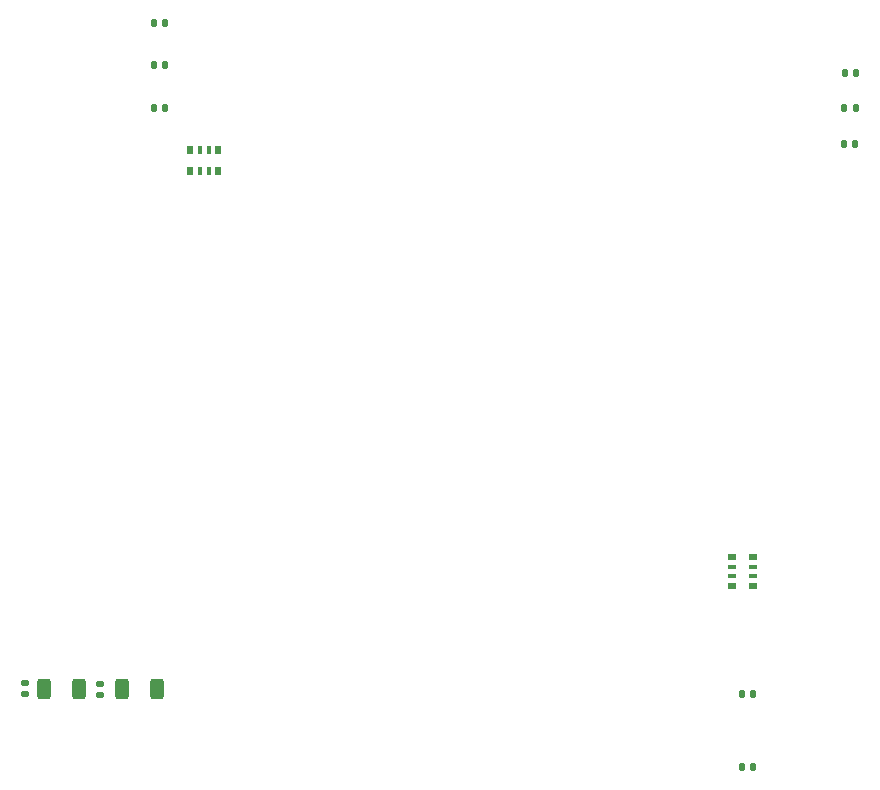
<source format=gtp>
G04 #@! TF.GenerationSoftware,KiCad,Pcbnew,9.0.0*
G04 #@! TF.CreationDate,2025-04-21T23:22:21+01:00*
G04 #@! TF.ProjectId,CapyPower,43617079-506f-4776-9572-2e6b69636164,rev?*
G04 #@! TF.SameCoordinates,Original*
G04 #@! TF.FileFunction,Paste,Top*
G04 #@! TF.FilePolarity,Positive*
%FSLAX46Y46*%
G04 Gerber Fmt 4.6, Leading zero omitted, Abs format (unit mm)*
G04 Created by KiCad (PCBNEW 9.0.0) date 2025-04-21 23:22:21*
%MOMM*%
%LPD*%
G01*
G04 APERTURE LIST*
G04 Aperture macros list*
%AMRoundRect*
0 Rectangle with rounded corners*
0 $1 Rounding radius*
0 $2 $3 $4 $5 $6 $7 $8 $9 X,Y pos of 4 corners*
0 Add a 4 corners polygon primitive as box body*
4,1,4,$2,$3,$4,$5,$6,$7,$8,$9,$2,$3,0*
0 Add four circle primitives for the rounded corners*
1,1,$1+$1,$2,$3*
1,1,$1+$1,$4,$5*
1,1,$1+$1,$6,$7*
1,1,$1+$1,$8,$9*
0 Add four rect primitives between the rounded corners*
20,1,$1+$1,$2,$3,$4,$5,0*
20,1,$1+$1,$4,$5,$6,$7,0*
20,1,$1+$1,$6,$7,$8,$9,0*
20,1,$1+$1,$8,$9,$2,$3,0*%
G04 Aperture macros list end*
%ADD10RoundRect,0.147500X0.147500X0.172500X-0.147500X0.172500X-0.147500X-0.172500X0.147500X-0.172500X0*%
%ADD11R,0.800000X0.500000*%
%ADD12R,0.800000X0.400000*%
%ADD13R,0.500000X0.800000*%
%ADD14R,0.400000X0.800000*%
%ADD15RoundRect,0.147500X0.172500X-0.147500X0.172500X0.147500X-0.172500X0.147500X-0.172500X-0.147500X0*%
%ADD16RoundRect,0.250000X0.312500X0.625000X-0.312500X0.625000X-0.312500X-0.625000X0.312500X-0.625000X0*%
%ADD17RoundRect,0.147500X-0.147500X-0.172500X0.147500X-0.172500X0.147500X0.172500X-0.147500X0.172500X0*%
G04 APERTURE END LIST*
D10*
X127215000Y-49600000D03*
X128185000Y-49600000D03*
D11*
X117700000Y-90600000D03*
D12*
X117700000Y-91400000D03*
X117700000Y-92200000D03*
D11*
X117700000Y-93000000D03*
X119500000Y-93000000D03*
D12*
X119500000Y-92200000D03*
X119500000Y-91400000D03*
D11*
X119500000Y-90600000D03*
D13*
X74200000Y-56100000D03*
D14*
X73400000Y-56100000D03*
X72600000Y-56100000D03*
D13*
X71800000Y-56100000D03*
X71800000Y-57900000D03*
D14*
X72600000Y-57900000D03*
X73400000Y-57900000D03*
D13*
X74200000Y-57900000D03*
D15*
X64200000Y-102285000D03*
X64200000Y-101315000D03*
D10*
X128097500Y-55600000D03*
X127127500Y-55600000D03*
D16*
X62362500Y-101800000D03*
X59437500Y-101800000D03*
D15*
X57800000Y-102185000D03*
X57800000Y-101215000D03*
D10*
X119485000Y-102200000D03*
X118515000Y-102200000D03*
D17*
X68715000Y-45350000D03*
X69685000Y-45350000D03*
D16*
X68962500Y-101800000D03*
X66037500Y-101800000D03*
D10*
X128147500Y-52600000D03*
X127177500Y-52600000D03*
D17*
X68715000Y-52550000D03*
X69685000Y-52550000D03*
X68715000Y-48950000D03*
X69685000Y-48950000D03*
D10*
X119485000Y-108400000D03*
X118515000Y-108400000D03*
M02*

</source>
